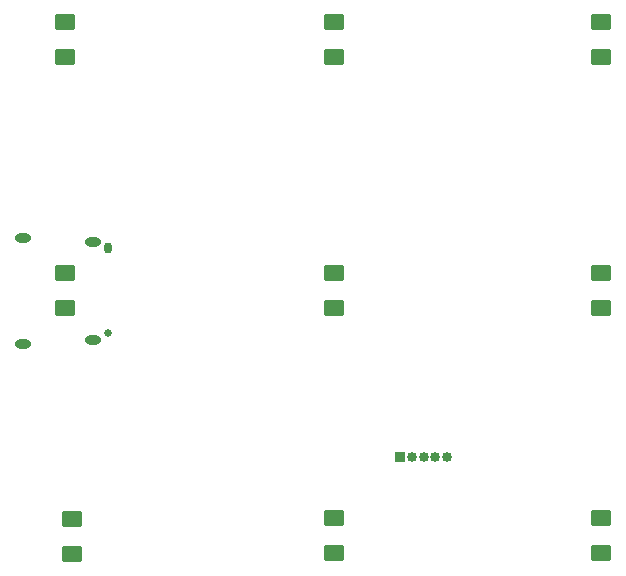
<source format=gts>
G04 #@! TF.GenerationSoftware,KiCad,Pcbnew,7.0.9*
G04 #@! TF.CreationDate,2023-11-26T00:11:53+01:00*
G04 #@! TF.ProjectId,v1,76312e6b-6963-4616-945f-706362585858,rev?*
G04 #@! TF.SameCoordinates,Original*
G04 #@! TF.FileFunction,Soldermask,Top*
G04 #@! TF.FilePolarity,Negative*
%FSLAX46Y46*%
G04 Gerber Fmt 4.6, Leading zero omitted, Abs format (unit mm)*
G04 Created by KiCad (PCBNEW 7.0.9) date 2023-11-26 00:11:53*
%MOMM*%
%LPD*%
G01*
G04 APERTURE LIST*
G04 Aperture macros list*
%AMRoundRect*
0 Rectangle with rounded corners*
0 $1 Rounding radius*
0 $2 $3 $4 $5 $6 $7 $8 $9 X,Y pos of 4 corners*
0 Add a 4 corners polygon primitive as box body*
4,1,4,$2,$3,$4,$5,$6,$7,$8,$9,$2,$3,0*
0 Add four circle primitives for the rounded corners*
1,1,$1+$1,$2,$3*
1,1,$1+$1,$4,$5*
1,1,$1+$1,$6,$7*
1,1,$1+$1,$8,$9*
0 Add four rect primitives between the rounded corners*
20,1,$1+$1,$2,$3,$4,$5,0*
20,1,$1+$1,$4,$5,$6,$7,0*
20,1,$1+$1,$6,$7,$8,$9,0*
20,1,$1+$1,$8,$9,$2,$3,0*%
G04 Aperture macros list end*
%ADD10R,0.850000X0.850000*%
%ADD11O,0.850000X0.850000*%
%ADD12RoundRect,0.250001X-0.624999X0.462499X-0.624999X-0.462499X0.624999X-0.462499X0.624999X0.462499X0*%
%ADD13RoundRect,0.250001X0.624999X-0.462499X0.624999X0.462499X-0.624999X0.462499X-0.624999X-0.462499X0*%
%ADD14C,0.650000*%
%ADD15O,0.650000X0.950000*%
%ADD16O,1.400000X0.800000*%
G04 APERTURE END LIST*
D10*
X153320000Y-115400000D03*
D11*
X154320000Y-115400000D03*
X155320000Y-115400000D03*
X156320000Y-115400000D03*
X157320000Y-115400000D03*
D12*
X125000000Y-78512500D03*
X125000000Y-81487500D03*
D13*
X125520000Y-123575000D03*
X125520000Y-120600000D03*
X124920000Y-102800000D03*
X124920000Y-99825000D03*
D12*
X147720000Y-78512500D03*
X147720000Y-81487500D03*
D13*
X170320000Y-102800000D03*
X170320000Y-99825000D03*
X147720000Y-102800000D03*
X147720000Y-99825000D03*
D12*
X170320000Y-78512500D03*
X170320000Y-81487500D03*
D13*
X147720000Y-123500000D03*
X147720000Y-120525000D03*
X170320000Y-123500000D03*
X170320000Y-120525000D03*
D14*
X128620000Y-104910000D03*
D15*
X128620000Y-97710000D03*
D16*
X121420000Y-105800000D03*
X127370000Y-105440000D03*
X127370000Y-97180000D03*
X121420000Y-96820000D03*
M02*

</source>
